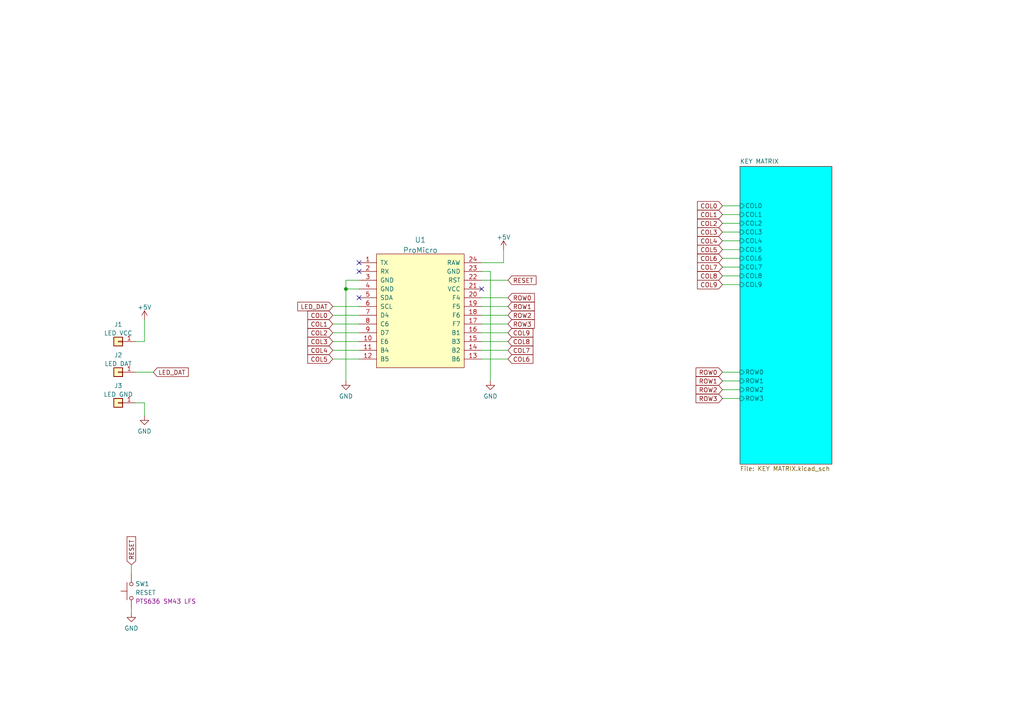
<source format=kicad_sch>
(kicad_sch (version 20230121) (generator eeschema)

  (uuid a19154a9-6561-4c4f-af43-4aa1d9d4278f)

  (paper "A4")

  (lib_symbols
    (symbol "Connector_Generic:Conn_01x01" (pin_names (offset 1.016) hide) (in_bom yes) (on_board yes)
      (property "Reference" "J" (at 0 2.54 0)
        (effects (font (size 1.27 1.27)))
      )
      (property "Value" "Conn_01x01" (at 0 -2.54 0)
        (effects (font (size 1.27 1.27)))
      )
      (property "Footprint" "" (at 0 0 0)
        (effects (font (size 1.27 1.27)) hide)
      )
      (property "Datasheet" "~" (at 0 0 0)
        (effects (font (size 1.27 1.27)) hide)
      )
      (property "ki_keywords" "connector" (at 0 0 0)
        (effects (font (size 1.27 1.27)) hide)
      )
      (property "ki_description" "Generic connector, single row, 01x01, script generated (kicad-library-utils/schlib/autogen/connector/)" (at 0 0 0)
        (effects (font (size 1.27 1.27)) hide)
      )
      (property "ki_fp_filters" "Connector*:*_1x??_*" (at 0 0 0)
        (effects (font (size 1.27 1.27)) hide)
      )
      (symbol "Conn_01x01_1_1"
        (rectangle (start -1.27 0.127) (end 0 -0.127)
          (stroke (width 0.1524) (type default))
          (fill (type none))
        )
        (rectangle (start -1.27 1.27) (end 1.27 -1.27)
          (stroke (width 0.254) (type default))
          (fill (type background))
        )
        (pin passive line (at -5.08 0 0) (length 3.81)
          (name "Pin_1" (effects (font (size 1.27 1.27))))
          (number "1" (effects (font (size 1.27 1.27))))
        )
      )
    )
    (symbol "Switch:SW_Push" (pin_numbers hide) (pin_names (offset 1.016) hide) (in_bom yes) (on_board yes)
      (property "Reference" "SW" (at 1.27 2.54 0)
        (effects (font (size 1.27 1.27)) (justify left))
      )
      (property "Value" "SW_Push" (at 0 -1.524 0)
        (effects (font (size 1.27 1.27)))
      )
      (property "Footprint" "" (at 0 5.08 0)
        (effects (font (size 1.27 1.27)) hide)
      )
      (property "Datasheet" "~" (at 0 5.08 0)
        (effects (font (size 1.27 1.27)) hide)
      )
      (property "ki_keywords" "switch normally-open pushbutton push-button" (at 0 0 0)
        (effects (font (size 1.27 1.27)) hide)
      )
      (property "ki_description" "Push button switch, generic, two pins" (at 0 0 0)
        (effects (font (size 1.27 1.27)) hide)
      )
      (symbol "SW_Push_0_1"
        (circle (center -2.032 0) (radius 0.508)
          (stroke (width 0) (type default))
          (fill (type none))
        )
        (polyline
          (pts
            (xy 0 1.27)
            (xy 0 3.048)
          )
          (stroke (width 0) (type default))
          (fill (type none))
        )
        (polyline
          (pts
            (xy 2.54 1.27)
            (xy -2.54 1.27)
          )
          (stroke (width 0) (type default))
          (fill (type none))
        )
        (circle (center 2.032 0) (radius 0.508)
          (stroke (width 0) (type default))
          (fill (type none))
        )
        (pin passive line (at -5.08 0 0) (length 2.54)
          (name "1" (effects (font (size 1.27 1.27))))
          (number "1" (effects (font (size 1.27 1.27))))
        )
        (pin passive line (at 5.08 0 180) (length 2.54)
          (name "2" (effects (font (size 1.27 1.27))))
          (number "2" (effects (font (size 1.27 1.27))))
        )
      )
    )
    (symbol "power:+5V" (power) (pin_names (offset 0)) (in_bom yes) (on_board yes)
      (property "Reference" "#PWR" (at 0 -3.81 0)
        (effects (font (size 1.27 1.27)) hide)
      )
      (property "Value" "+5V" (at 0 3.556 0)
        (effects (font (size 1.27 1.27)))
      )
      (property "Footprint" "" (at 0 0 0)
        (effects (font (size 1.27 1.27)) hide)
      )
      (property "Datasheet" "" (at 0 0 0)
        (effects (font (size 1.27 1.27)) hide)
      )
      (property "ki_keywords" "power-flag" (at 0 0 0)
        (effects (font (size 1.27 1.27)) hide)
      )
      (property "ki_description" "Power symbol creates a global label with name \"+5V\"" (at 0 0 0)
        (effects (font (size 1.27 1.27)) hide)
      )
      (symbol "+5V_0_1"
        (polyline
          (pts
            (xy -0.762 1.27)
            (xy 0 2.54)
          )
          (stroke (width 0) (type default))
          (fill (type none))
        )
        (polyline
          (pts
            (xy 0 0)
            (xy 0 2.54)
          )
          (stroke (width 0) (type default))
          (fill (type none))
        )
        (polyline
          (pts
            (xy 0 2.54)
            (xy 0.762 1.27)
          )
          (stroke (width 0) (type default))
          (fill (type none))
        )
      )
      (symbol "+5V_1_1"
        (pin power_in line (at 0 0 90) (length 0) hide
          (name "+5V" (effects (font (size 1.27 1.27))))
          (number "1" (effects (font (size 1.27 1.27))))
        )
      )
    )
    (symbol "power:GND" (power) (pin_names (offset 0)) (in_bom yes) (on_board yes)
      (property "Reference" "#PWR" (at 0 -6.35 0)
        (effects (font (size 1.27 1.27)) hide)
      )
      (property "Value" "GND" (at 0 -3.81 0)
        (effects (font (size 1.27 1.27)))
      )
      (property "Footprint" "" (at 0 0 0)
        (effects (font (size 1.27 1.27)) hide)
      )
      (property "Datasheet" "" (at 0 0 0)
        (effects (font (size 1.27 1.27)) hide)
      )
      (property "ki_keywords" "power-flag" (at 0 0 0)
        (effects (font (size 1.27 1.27)) hide)
      )
      (property "ki_description" "Power symbol creates a global label with name \"GND\" , ground" (at 0 0 0)
        (effects (font (size 1.27 1.27)) hide)
      )
      (symbol "GND_0_1"
        (polyline
          (pts
            (xy 0 0)
            (xy 0 -1.27)
            (xy 1.27 -1.27)
            (xy 0 -2.54)
            (xy -1.27 -1.27)
            (xy 0 -1.27)
          )
          (stroke (width 0) (type default))
          (fill (type none))
        )
      )
      (symbol "GND_1_1"
        (pin power_in line (at 0 0 270) (length 0) hide
          (name "GND" (effects (font (size 1.27 1.27))))
          (number "1" (effects (font (size 1.27 1.27))))
        )
      )
    )
    (symbol "promicro:ProMicro" (pin_names (offset 1.016)) (in_bom yes) (on_board yes)
      (property "Reference" "U" (at 0 24.13 0)
        (effects (font (size 1.524 1.524)))
      )
      (property "Value" "ProMicro" (at 0 -13.97 0)
        (effects (font (size 1.524 1.524)))
      )
      (property "Footprint" "" (at 2.54 -26.67 0)
        (effects (font (size 1.524 1.524)))
      )
      (property "Datasheet" "" (at 2.54 -26.67 0)
        (effects (font (size 1.524 1.524)))
      )
      (symbol "ProMicro_0_1"
        (rectangle (start -12.7 21.59) (end 12.7 -11.43)
          (stroke (width 0) (type default))
          (fill (type background))
        )
      )
      (symbol "ProMicro_1_1"
        (pin bidirectional line (at -17.78 19.05 0) (length 5.08)
          (name "TX" (effects (font (size 1.27 1.27))))
          (number "1" (effects (font (size 1.27 1.27))))
        )
        (pin bidirectional line (at -17.78 -3.81 0) (length 5.08)
          (name "E6" (effects (font (size 1.27 1.27))))
          (number "10" (effects (font (size 1.27 1.27))))
        )
        (pin bidirectional line (at -17.78 -6.35 0) (length 5.08)
          (name "B4" (effects (font (size 1.27 1.27))))
          (number "11" (effects (font (size 1.27 1.27))))
        )
        (pin bidirectional line (at -17.78 -8.89 0) (length 5.08)
          (name "B5" (effects (font (size 1.27 1.27))))
          (number "12" (effects (font (size 1.27 1.27))))
        )
        (pin bidirectional line (at 17.78 -8.89 180) (length 5.08)
          (name "B6" (effects (font (size 1.27 1.27))))
          (number "13" (effects (font (size 1.27 1.27))))
        )
        (pin bidirectional line (at 17.78 -6.35 180) (length 5.08)
          (name "B2" (effects (font (size 1.27 1.27))))
          (number "14" (effects (font (size 1.27 1.27))))
        )
        (pin bidirectional line (at 17.78 -3.81 180) (length 5.08)
          (name "B3" (effects (font (size 1.27 1.27))))
          (number "15" (effects (font (size 1.27 1.27))))
        )
        (pin bidirectional line (at 17.78 -1.27 180) (length 5.08)
          (name "B1" (effects (font (size 1.27 1.27))))
          (number "16" (effects (font (size 1.27 1.27))))
        )
        (pin bidirectional line (at 17.78 1.27 180) (length 5.08)
          (name "F7" (effects (font (size 1.27 1.27))))
          (number "17" (effects (font (size 1.27 1.27))))
        )
        (pin bidirectional line (at 17.78 3.81 180) (length 5.08)
          (name "F6" (effects (font (size 1.27 1.27))))
          (number "18" (effects (font (size 1.27 1.27))))
        )
        (pin bidirectional line (at 17.78 6.35 180) (length 5.08)
          (name "F5" (effects (font (size 1.27 1.27))))
          (number "19" (effects (font (size 1.27 1.27))))
        )
        (pin bidirectional line (at -17.78 16.51 0) (length 5.08)
          (name "RX" (effects (font (size 1.27 1.27))))
          (number "2" (effects (font (size 1.27 1.27))))
        )
        (pin bidirectional line (at 17.78 8.89 180) (length 5.08)
          (name "F4" (effects (font (size 1.27 1.27))))
          (number "20" (effects (font (size 1.27 1.27))))
        )
        (pin power_in line (at 17.78 11.43 180) (length 5.08)
          (name "VCC" (effects (font (size 1.27 1.27))))
          (number "21" (effects (font (size 1.27 1.27))))
        )
        (pin input line (at 17.78 13.97 180) (length 5.08)
          (name "RST" (effects (font (size 1.27 1.27))))
          (number "22" (effects (font (size 1.27 1.27))))
        )
        (pin power_in line (at 17.78 16.51 180) (length 5.08)
          (name "GND" (effects (font (size 1.27 1.27))))
          (number "23" (effects (font (size 1.27 1.27))))
        )
        (pin power_out line (at 17.78 19.05 180) (length 5.08)
          (name "RAW" (effects (font (size 1.27 1.27))))
          (number "24" (effects (font (size 1.27 1.27))))
        )
        (pin power_in line (at -17.78 13.97 0) (length 5.08)
          (name "GND" (effects (font (size 1.27 1.27))))
          (number "3" (effects (font (size 1.27 1.27))))
        )
        (pin power_in line (at -17.78 11.43 0) (length 5.08)
          (name "GND" (effects (font (size 1.27 1.27))))
          (number "4" (effects (font (size 1.27 1.27))))
        )
        (pin bidirectional line (at -17.78 8.89 0) (length 5.08)
          (name "SDA" (effects (font (size 1.27 1.27))))
          (number "5" (effects (font (size 1.27 1.27))))
        )
        (pin bidirectional line (at -17.78 6.35 0) (length 5.08)
          (name "SCL" (effects (font (size 1.27 1.27))))
          (number "6" (effects (font (size 1.27 1.27))))
        )
        (pin bidirectional line (at -17.78 3.81 0) (length 5.08)
          (name "D4" (effects (font (size 1.27 1.27))))
          (number "7" (effects (font (size 1.27 1.27))))
        )
        (pin bidirectional line (at -17.78 1.27 0) (length 5.08)
          (name "C6" (effects (font (size 1.27 1.27))))
          (number "8" (effects (font (size 1.27 1.27))))
        )
        (pin bidirectional line (at -17.78 -1.27 0) (length 5.08)
          (name "D7" (effects (font (size 1.27 1.27))))
          (number "9" (effects (font (size 1.27 1.27))))
        )
      )
    )
  )

  (junction (at 100.33 83.82) (diameter 0) (color 0 0 0 0)
    (uuid 3da8f10a-dad6-45c7-8f49-78275256f29b)
  )

  (no_connect (at 139.7 83.82) (uuid 25821c71-9dc7-44b5-8ccc-c8f4cc0dde31))
  (no_connect (at 104.14 76.2) (uuid 7c576c6d-d1de-4050-8db7-eee9e403c949))
  (no_connect (at 104.14 86.36) (uuid e8d46a69-bfa3-4caa-94cb-26c62dd36e37))
  (no_connect (at 104.14 78.74) (uuid ef08c5c0-0f8c-46a2-9a1e-7a0697e7fbf1))

  (wire (pts (xy 96.52 99.06) (xy 104.14 99.06))
    (stroke (width 0) (type default))
    (uuid 060c7130-3216-4b40-8e32-8d7037de1a61)
  )
  (wire (pts (xy 96.52 101.6) (xy 104.14 101.6))
    (stroke (width 0) (type default))
    (uuid 096f8622-ea03-48d9-bbf4-2a4d4132c1f7)
  )
  (wire (pts (xy 38.1 163.83) (xy 38.1 166.37))
    (stroke (width 0) (type default))
    (uuid 0ae2bc72-82e8-41c7-a6fc-66dd21873a83)
  )
  (wire (pts (xy 39.37 107.95) (xy 44.45 107.95))
    (stroke (width 0) (type default))
    (uuid 1818b98f-d047-49ee-9903-b9be23adb4ec)
  )
  (wire (pts (xy 139.7 93.98) (xy 147.32 93.98))
    (stroke (width 0) (type default))
    (uuid 199a43e6-9a2a-42d4-9b2e-f320899e2513)
  )
  (wire (pts (xy 209.55 82.55) (xy 214.63 82.55))
    (stroke (width 0) (type default))
    (uuid 29b7d813-9312-4201-8970-cfdf413f4642)
  )
  (wire (pts (xy 139.7 91.44) (xy 147.32 91.44))
    (stroke (width 0) (type default))
    (uuid 2b88ebbe-1f46-4a43-a30e-a480c4f2e53a)
  )
  (wire (pts (xy 142.24 110.49) (xy 142.24 78.74))
    (stroke (width 0) (type default))
    (uuid 3102acc8-3b55-4172-89d0-30b3ea38f72d)
  )
  (wire (pts (xy 209.55 107.95) (xy 214.63 107.95))
    (stroke (width 0) (type default))
    (uuid 3bcdcedd-1b8f-434b-bdc4-722b92a8ac24)
  )
  (wire (pts (xy 142.24 78.74) (xy 139.7 78.74))
    (stroke (width 0) (type default))
    (uuid 3f961401-0bfa-4218-bd68-f8fb9d1714a0)
  )
  (wire (pts (xy 139.7 96.52) (xy 147.32 96.52))
    (stroke (width 0) (type default))
    (uuid 436ae175-b57b-48de-9e82-8e89bc78186e)
  )
  (wire (pts (xy 209.55 69.85) (xy 214.63 69.85))
    (stroke (width 0) (type default))
    (uuid 44167ecb-33af-450d-b29f-6b659c96f19e)
  )
  (wire (pts (xy 209.55 115.57) (xy 214.63 115.57))
    (stroke (width 0) (type default))
    (uuid 47a392d1-1e28-4a72-9290-241ed0e81314)
  )
  (wire (pts (xy 209.55 113.03) (xy 214.63 113.03))
    (stroke (width 0) (type default))
    (uuid 529e5c2c-f198-432f-b641-89a0d20b503e)
  )
  (wire (pts (xy 96.52 91.44) (xy 104.14 91.44))
    (stroke (width 0) (type default))
    (uuid 560fdfe2-8629-4ff4-9cdf-9d794165b892)
  )
  (wire (pts (xy 209.55 64.77) (xy 214.63 64.77))
    (stroke (width 0) (type default))
    (uuid 563985ef-9609-4a87-82cf-736c8605f846)
  )
  (wire (pts (xy 209.55 80.01) (xy 214.63 80.01))
    (stroke (width 0) (type default))
    (uuid 58821d91-701d-48f5-bd61-1911624ed1d7)
  )
  (wire (pts (xy 96.52 93.98) (xy 104.14 93.98))
    (stroke (width 0) (type default))
    (uuid 5d710c6f-66cf-4c81-9240-a74a50bf2429)
  )
  (wire (pts (xy 38.1 176.53) (xy 38.1 177.8))
    (stroke (width 0) (type default))
    (uuid 68d83987-e4cb-40f1-b010-cfa75ce07c0d)
  )
  (wire (pts (xy 209.55 67.31) (xy 214.63 67.31))
    (stroke (width 0) (type default))
    (uuid 6a0af258-47ed-4e21-81e2-be9b70dcb669)
  )
  (wire (pts (xy 96.52 104.14) (xy 104.14 104.14))
    (stroke (width 0) (type default))
    (uuid 6a6f95ba-f261-4290-bbad-eb0ea79cd51f)
  )
  (wire (pts (xy 209.55 110.49) (xy 214.63 110.49))
    (stroke (width 0) (type default))
    (uuid 6b3a942a-e6b0-4473-96f3-c7eee8d5f6db)
  )
  (wire (pts (xy 139.7 86.36) (xy 147.32 86.36))
    (stroke (width 0) (type default))
    (uuid 6d33994e-8fef-4114-bcf4-3e7ba4ae62cd)
  )
  (wire (pts (xy 209.55 77.47) (xy 214.63 77.47))
    (stroke (width 0) (type default))
    (uuid 82d51294-10de-42aa-83fc-0d863e246b43)
  )
  (wire (pts (xy 100.33 83.82) (xy 100.33 81.28))
    (stroke (width 0) (type default))
    (uuid 8457541e-9f1a-49c3-81db-74b8ee6a9ff2)
  )
  (wire (pts (xy 100.33 81.28) (xy 104.14 81.28))
    (stroke (width 0) (type default))
    (uuid 9147ce21-dbee-4a10-8899-a1a96bfe2296)
  )
  (wire (pts (xy 96.52 96.52) (xy 104.14 96.52))
    (stroke (width 0) (type default))
    (uuid 92c539ca-bfca-4810-8027-80e80b1921da)
  )
  (wire (pts (xy 139.7 76.2) (xy 146.05 76.2))
    (stroke (width 0) (type default))
    (uuid 94c0ef9d-3fb4-499e-8cc7-2da051b38635)
  )
  (wire (pts (xy 139.7 81.28) (xy 147.32 81.28))
    (stroke (width 0) (type default))
    (uuid 97b2cd00-728b-4fde-a862-ad6213d8a873)
  )
  (wire (pts (xy 96.52 88.9) (xy 104.14 88.9))
    (stroke (width 0) (type default))
    (uuid 99b7c84d-a7fd-4f23-b34f-b97c463639ba)
  )
  (wire (pts (xy 209.55 72.39) (xy 214.63 72.39))
    (stroke (width 0) (type default))
    (uuid 9fe6422f-8c59-4db3-838b-bc102be4625f)
  )
  (wire (pts (xy 139.7 99.06) (xy 147.32 99.06))
    (stroke (width 0) (type default))
    (uuid a42d139e-f1cb-4391-8cc6-75ea2262bbb5)
  )
  (wire (pts (xy 209.55 59.69) (xy 214.63 59.69))
    (stroke (width 0) (type default))
    (uuid a42df2ae-ee4f-4fcd-9fc1-76284c363680)
  )
  (wire (pts (xy 100.33 83.82) (xy 104.14 83.82))
    (stroke (width 0) (type default))
    (uuid a7fce222-414d-4f34-883b-d92507cb3dc9)
  )
  (wire (pts (xy 146.05 76.2) (xy 146.05 72.39))
    (stroke (width 0) (type default))
    (uuid a866eb63-fb83-412e-8683-fc108429b7eb)
  )
  (wire (pts (xy 100.33 110.49) (xy 100.33 83.82))
    (stroke (width 0) (type default))
    (uuid c8d34ca5-746c-4fe4-b246-84a544652ea1)
  )
  (wire (pts (xy 41.91 116.84) (xy 41.91 120.65))
    (stroke (width 0) (type default))
    (uuid cc9a8aa9-a6fd-4184-b433-cecc0c12a3c3)
  )
  (wire (pts (xy 139.7 104.14) (xy 147.32 104.14))
    (stroke (width 0) (type default))
    (uuid d7c28637-23f4-491d-8d1f-9bd03645d8d3)
  )
  (wire (pts (xy 209.55 62.23) (xy 214.63 62.23))
    (stroke (width 0) (type default))
    (uuid d981bd5e-0a88-4c30-a651-93107b161f0a)
  )
  (wire (pts (xy 41.91 99.06) (xy 41.91 92.71))
    (stroke (width 0) (type default))
    (uuid dfd0c939-d18b-4c3b-81ce-bfc9f1a845f2)
  )
  (wire (pts (xy 39.37 116.84) (xy 41.91 116.84))
    (stroke (width 0) (type default))
    (uuid e4320571-25b3-477a-9505-6f8c6a846751)
  )
  (wire (pts (xy 139.7 88.9) (xy 147.32 88.9))
    (stroke (width 0) (type default))
    (uuid ec99b6a6-7e5f-49da-a9c5-7d37a764ad66)
  )
  (wire (pts (xy 139.7 101.6) (xy 147.32 101.6))
    (stroke (width 0) (type default))
    (uuid f3c95e71-7984-4a63-9f7b-bb00e458f5e7)
  )
  (wire (pts (xy 39.37 99.06) (xy 41.91 99.06))
    (stroke (width 0) (type default))
    (uuid f43dd073-d9c6-4b1e-b58f-f2dee2e7c18e)
  )
  (wire (pts (xy 209.55 74.93) (xy 214.63 74.93))
    (stroke (width 0) (type default))
    (uuid fe03d5f3-428d-4da2-8edc-7464dda20e4d)
  )

  (global_label "ROW0" (shape input) (at 209.55 107.95 180) (fields_autoplaced)
    (effects (font (size 1.27 1.27)) (justify right))
    (uuid 04d1fbbe-fd54-40ee-9de3-ff814be6816e)
    (property "Intersheetrefs" "${INTERSHEET_REFS}" (at 201.8755 107.8706 0)
      (effects (font (size 1.27 1.27)) (justify right) hide)
    )
  )
  (global_label "COL0" (shape input) (at 209.55 59.69 180) (fields_autoplaced)
    (effects (font (size 1.27 1.27)) (justify right))
    (uuid 0de91e73-d739-4b51-a1db-0da50a8b6888)
    (property "Intersheetrefs" "${INTERSHEET_REFS}" (at 202.2988 59.7694 0)
      (effects (font (size 1.27 1.27)) (justify right) hide)
    )
  )
  (global_label "LED_DAT" (shape input) (at 96.52 88.9 180) (fields_autoplaced)
    (effects (font (size 1.27 1.27)) (justify right))
    (uuid 2431adb4-3556-441d-bdd0-8cc63ae3578e)
    (property "Intersheetrefs" "${INTERSHEET_REFS}" (at 86.3659 88.8206 0)
      (effects (font (size 1.27 1.27)) (justify right) hide)
    )
  )
  (global_label "COL5" (shape input) (at 96.52 104.14 180) (fields_autoplaced)
    (effects (font (size 1.27 1.27)) (justify right))
    (uuid 24c21814-f0c8-45b5-b85c-cd706e9e4125)
    (property "Intersheetrefs" "${INTERSHEET_REFS}" (at 89.2688 104.2194 0)
      (effects (font (size 1.27 1.27)) (justify right) hide)
    )
  )
  (global_label "ROW3" (shape input) (at 209.55 115.57 180) (fields_autoplaced)
    (effects (font (size 1.27 1.27)) (justify right))
    (uuid 2acec8ed-c9ca-4075-ad6a-4257ee09613d)
    (property "Intersheetrefs" "${INTERSHEET_REFS}" (at 201.8755 115.4906 0)
      (effects (font (size 1.27 1.27)) (justify right) hide)
    )
  )
  (global_label "COL6" (shape input) (at 209.55 74.93 180) (fields_autoplaced)
    (effects (font (size 1.27 1.27)) (justify right))
    (uuid 2dd6b498-2068-4413-a968-77da8022926c)
    (property "Intersheetrefs" "${INTERSHEET_REFS}" (at 202.2988 75.0094 0)
      (effects (font (size 1.27 1.27)) (justify right) hide)
    )
  )
  (global_label "COL3" (shape input) (at 209.55 67.31 180) (fields_autoplaced)
    (effects (font (size 1.27 1.27)) (justify right))
    (uuid 356577ff-4fec-448d-aa7c-f23e1d71b0b5)
    (property "Intersheetrefs" "${INTERSHEET_REFS}" (at 202.2988 67.3894 0)
      (effects (font (size 1.27 1.27)) (justify right) hide)
    )
  )
  (global_label "COL9" (shape input) (at 209.55 82.55 180) (fields_autoplaced)
    (effects (font (size 1.27 1.27)) (justify right))
    (uuid 3bd3e09d-1bd2-4dc9-b31a-958adca0ee59)
    (property "Intersheetrefs" "${INTERSHEET_REFS}" (at 202.2988 82.6294 0)
      (effects (font (size 1.27 1.27)) (justify right) hide)
    )
  )
  (global_label "ROW1" (shape input) (at 147.32 88.9 0) (fields_autoplaced)
    (effects (font (size 1.27 1.27)) (justify left))
    (uuid 431a34c9-7918-465a-b102-7e5ad91f1813)
    (property "Intersheetrefs" "${INTERSHEET_REFS}" (at 154.9945 88.8206 0)
      (effects (font (size 1.27 1.27)) (justify left) hide)
    )
  )
  (global_label "COL7" (shape input) (at 209.55 77.47 180) (fields_autoplaced)
    (effects (font (size 1.27 1.27)) (justify right))
    (uuid 48c35181-c63b-43f3-87a4-8b1944c27e8e)
    (property "Intersheetrefs" "${INTERSHEET_REFS}" (at 202.2988 77.5494 0)
      (effects (font (size 1.27 1.27)) (justify right) hide)
    )
  )
  (global_label "ROW1" (shape input) (at 209.55 110.49 180) (fields_autoplaced)
    (effects (font (size 1.27 1.27)) (justify right))
    (uuid 4b8aceff-c033-4cd7-ba45-efcb76846652)
    (property "Intersheetrefs" "${INTERSHEET_REFS}" (at 201.8755 110.4106 0)
      (effects (font (size 1.27 1.27)) (justify right) hide)
    )
  )
  (global_label "COL9" (shape input) (at 147.32 96.52 0) (fields_autoplaced)
    (effects (font (size 1.27 1.27)) (justify left))
    (uuid 5bd25546-2288-4010-8979-c89bfee36cf3)
    (property "Intersheetrefs" "${INTERSHEET_REFS}" (at 154.5712 96.4406 0)
      (effects (font (size 1.27 1.27)) (justify left) hide)
    )
  )
  (global_label "COL8" (shape input) (at 147.32 99.06 0) (fields_autoplaced)
    (effects (font (size 1.27 1.27)) (justify left))
    (uuid 5e06f433-9508-4a02-abae-8241411728ef)
    (property "Intersheetrefs" "${INTERSHEET_REFS}" (at 154.5712 98.9806 0)
      (effects (font (size 1.27 1.27)) (justify left) hide)
    )
  )
  (global_label "ROW2" (shape input) (at 209.55 113.03 180) (fields_autoplaced)
    (effects (font (size 1.27 1.27)) (justify right))
    (uuid 6074364b-afa0-4eaf-b627-c4465193fc11)
    (property "Intersheetrefs" "${INTERSHEET_REFS}" (at 201.8755 112.9506 0)
      (effects (font (size 1.27 1.27)) (justify right) hide)
    )
  )
  (global_label "COL2" (shape input) (at 96.52 96.52 180) (fields_autoplaced)
    (effects (font (size 1.27 1.27)) (justify right))
    (uuid 6897134b-f7f8-4447-8a73-8aae43026116)
    (property "Intersheetrefs" "${INTERSHEET_REFS}" (at 89.2688 96.5994 0)
      (effects (font (size 1.27 1.27)) (justify right) hide)
    )
  )
  (global_label "COL0" (shape input) (at 96.52 91.44 180) (fields_autoplaced)
    (effects (font (size 1.27 1.27)) (justify right))
    (uuid 6bcb81c1-fcbc-445b-a8c7-b7e4ca882750)
    (property "Intersheetrefs" "${INTERSHEET_REFS}" (at 89.2688 91.5194 0)
      (effects (font (size 1.27 1.27)) (justify right) hide)
    )
  )
  (global_label "COL4" (shape input) (at 209.55 69.85 180) (fields_autoplaced)
    (effects (font (size 1.27 1.27)) (justify right))
    (uuid 6c58910f-080b-4df9-b212-e01373b3f52d)
    (property "Intersheetrefs" "${INTERSHEET_REFS}" (at 202.2988 69.9294 0)
      (effects (font (size 1.27 1.27)) (justify right) hide)
    )
  )
  (global_label "COL6" (shape input) (at 147.32 104.14 0) (fields_autoplaced)
    (effects (font (size 1.27 1.27)) (justify left))
    (uuid 852eb1f0-8979-49a5-855a-b4dafec6f4c4)
    (property "Intersheetrefs" "${INTERSHEET_REFS}" (at 154.5712 104.2194 0)
      (effects (font (size 1.27 1.27)) (justify left) hide)
    )
  )
  (global_label "COL2" (shape input) (at 209.55 64.77 180) (fields_autoplaced)
    (effects (font (size 1.27 1.27)) (justify right))
    (uuid 8d50c757-7856-4d37-b78b-a8843f671e8d)
    (property "Intersheetrefs" "${INTERSHEET_REFS}" (at 202.2988 64.8494 0)
      (effects (font (size 1.27 1.27)) (justify right) hide)
    )
  )
  (global_label "ROW3" (shape input) (at 147.32 93.98 0) (fields_autoplaced)
    (effects (font (size 1.27 1.27)) (justify left))
    (uuid 95811b7e-738a-4b57-9018-5cb1cdaebc04)
    (property "Intersheetrefs" "${INTERSHEET_REFS}" (at 154.9945 93.9006 0)
      (effects (font (size 1.27 1.27)) (justify left) hide)
    )
  )
  (global_label "COL7" (shape input) (at 147.32 101.6 0) (fields_autoplaced)
    (effects (font (size 1.27 1.27)) (justify left))
    (uuid 95c9d163-f884-4f78-9b6b-c37501d018fe)
    (property "Intersheetrefs" "${INTERSHEET_REFS}" (at 154.5712 101.5206 0)
      (effects (font (size 1.27 1.27)) (justify left) hide)
    )
  )
  (global_label "COL3" (shape input) (at 96.52 99.06 180) (fields_autoplaced)
    (effects (font (size 1.27 1.27)) (justify right))
    (uuid 99803d5d-4575-4760-8c80-5232df493e87)
    (property "Intersheetrefs" "${INTERSHEET_REFS}" (at 89.2688 99.1394 0)
      (effects (font (size 1.27 1.27)) (justify right) hide)
    )
  )
  (global_label "RESET" (shape input) (at 147.32 81.28 0) (fields_autoplaced)
    (effects (font (size 1.27 1.27)) (justify left))
    (uuid 9ac03063-c7dc-4238-b3a1-e4cce383048f)
    (property "Intersheetrefs" "${INTERSHEET_REFS}" (at 155.4783 81.2006 0)
      (effects (font (size 1.27 1.27)) (justify left) hide)
    )
  )
  (global_label "COL1" (shape input) (at 96.52 93.98 180) (fields_autoplaced)
    (effects (font (size 1.27 1.27)) (justify right))
    (uuid 9ffecf83-af2b-443a-8522-4fe09c9ca27e)
    (property "Intersheetrefs" "${INTERSHEET_REFS}" (at 89.2688 94.0594 0)
      (effects (font (size 1.27 1.27)) (justify right) hide)
    )
  )
  (global_label "COL1" (shape input) (at 209.55 62.23 180) (fields_autoplaced)
    (effects (font (size 1.27 1.27)) (justify right))
    (uuid a14a799c-6423-4488-9b45-8e92b53e3a29)
    (property "Intersheetrefs" "${INTERSHEET_REFS}" (at 202.2988 62.3094 0)
      (effects (font (size 1.27 1.27)) (justify right) hide)
    )
  )
  (global_label "LED_DAT" (shape input) (at 44.45 107.95 0) (fields_autoplaced)
    (effects (font (size 1.27 1.27)) (justify left))
    (uuid afccb1a9-a931-41c0-85be-867323e7bc39)
    (property "Intersheetrefs" "${INTERSHEET_REFS}" (at 54.6041 108.0294 0)
      (effects (font (size 1.27 1.27)) (justify left) hide)
    )
  )
  (global_label "COL5" (shape input) (at 209.55 72.39 180) (fields_autoplaced)
    (effects (font (size 1.27 1.27)) (justify right))
    (uuid b28712ec-7ac2-4c5f-9a9c-94c55a25baf4)
    (property "Intersheetrefs" "${INTERSHEET_REFS}" (at 202.2988 72.4694 0)
      (effects (font (size 1.27 1.27)) (justify right) hide)
    )
  )
  (global_label "RESET" (shape input) (at 38.1 163.83 90) (fields_autoplaced)
    (effects (font (size 1.27 1.27)) (justify left))
    (uuid d159eb92-4316-4e75-9a70-484880133dba)
    (property "Intersheetrefs" "${INTERSHEET_REFS}" (at 38.0206 155.6717 90)
      (effects (font (size 1.27 1.27)) (justify left) hide)
    )
  )
  (global_label "ROW0" (shape input) (at 147.32 86.36 0) (fields_autoplaced)
    (effects (font (size 1.27 1.27)) (justify left))
    (uuid d306f7a2-9b3c-44d7-8315-101beda70146)
    (property "Intersheetrefs" "${INTERSHEET_REFS}" (at 154.9945 86.2806 0)
      (effects (font (size 1.27 1.27)) (justify left) hide)
    )
  )
  (global_label "COL8" (shape input) (at 209.55 80.01 180) (fields_autoplaced)
    (effects (font (size 1.27 1.27)) (justify right))
    (uuid f04435d4-0c6d-4e66-a7d3-75eab4bad616)
    (property "Intersheetrefs" "${INTERSHEET_REFS}" (at 202.2988 80.0894 0)
      (effects (font (size 1.27 1.27)) (justify right) hide)
    )
  )
  (global_label "ROW2" (shape input) (at 147.32 91.44 0) (fields_autoplaced)
    (effects (font (size 1.27 1.27)) (justify left))
    (uuid f1910109-8c05-4e9e-904d-4e425a3e40b7)
    (property "Intersheetrefs" "${INTERSHEET_REFS}" (at 154.9945 91.3606 0)
      (effects (font (size 1.27 1.27)) (justify left) hide)
    )
  )
  (global_label "COL4" (shape input) (at 96.52 101.6 180) (fields_autoplaced)
    (effects (font (size 1.27 1.27)) (justify right))
    (uuid f34fd130-f4d1-44d7-9745-de73b79c71ba)
    (property "Intersheetrefs" "${INTERSHEET_REFS}" (at 89.2688 101.6794 0)
      (effects (font (size 1.27 1.27)) (justify right) hide)
    )
  )

  (symbol (lib_id "power:GND") (at 38.1 177.8 0) (unit 1)
    (in_bom yes) (on_board yes) (dnp no) (fields_autoplaced)
    (uuid 0e21b281-553d-43dc-8df1-24bda88a3a4b)
    (property "Reference" "#PWR0102" (at 38.1 184.15 0)
      (effects (font (size 1.27 1.27)) hide)
    )
    (property "Value" "GND" (at 38.1 182.2434 0)
      (effects (font (size 1.27 1.27)))
    )
    (property "Footprint" "" (at 38.1 177.8 0)
      (effects (font (size 1.27 1.27)) hide)
    )
    (property "Datasheet" "" (at 38.1 177.8 0)
      (effects (font (size 1.27 1.27)) hide)
    )
    (pin "1" (uuid 6e5974ae-41b0-4c7e-b842-d80b269eb2ca))
    (instances
      (project "Peridot Steno"
        (path "/a19154a9-6561-4c4f-af43-4aa1d9d4278f"
          (reference "#PWR0102") (unit 1)
        )
      )
    )
  )

  (symbol (lib_id "power:GND") (at 142.24 110.49 0) (unit 1)
    (in_bom yes) (on_board yes) (dnp no) (fields_autoplaced)
    (uuid 3325013a-454c-47cb-8eef-1a417daf07fd)
    (property "Reference" "#PWR0108" (at 142.24 116.84 0)
      (effects (font (size 1.27 1.27)) hide)
    )
    (property "Value" "GND" (at 142.24 114.9334 0)
      (effects (font (size 1.27 1.27)))
    )
    (property "Footprint" "" (at 142.24 110.49 0)
      (effects (font (size 1.27 1.27)) hide)
    )
    (property "Datasheet" "" (at 142.24 110.49 0)
      (effects (font (size 1.27 1.27)) hide)
    )
    (pin "1" (uuid 177281af-0e75-49f7-9f33-282fc8c145cf))
    (instances
      (project "Peridot Steno"
        (path "/a19154a9-6561-4c4f-af43-4aa1d9d4278f"
          (reference "#PWR0108") (unit 1)
        )
      )
    )
  )

  (symbol (lib_id "Connector_Generic:Conn_01x01") (at 34.29 116.84 0) (mirror y) (unit 1)
    (in_bom yes) (on_board yes) (dnp no) (fields_autoplaced)
    (uuid 3e205059-385e-4bf5-bdf0-12b524055bdb)
    (property "Reference" "J3" (at 34.29 111.8702 0)
      (effects (font (size 1.27 1.27)))
    )
    (property "Value" "LED GND" (at 34.29 114.4071 0)
      (effects (font (size 1.27 1.27)))
    )
    (property "Footprint" "TestPoint:TestPoint_THTPad_2.0x2.0mm_Drill1.0mm" (at 34.29 116.84 0)
      (effects (font (size 1.27 1.27)) hide)
    )
    (property "Datasheet" "~" (at 34.29 116.84 0)
      (effects (font (size 1.27 1.27)) hide)
    )
    (pin "1" (uuid 3b24ca51-d315-47e2-892b-c898e43bad24))
    (instances
      (project "Peridot Steno"
        (path "/a19154a9-6561-4c4f-af43-4aa1d9d4278f"
          (reference "J3") (unit 1)
        )
      )
    )
  )

  (symbol (lib_id "power:+5V") (at 146.05 72.39 0) (unit 1)
    (in_bom yes) (on_board yes) (dnp no) (fields_autoplaced)
    (uuid 5456b5c0-6d19-4b10-a273-2a28a44bccd8)
    (property "Reference" "#PWR0109" (at 146.05 76.2 0)
      (effects (font (size 1.27 1.27)) hide)
    )
    (property "Value" "+5V" (at 146.05 68.8142 0)
      (effects (font (size 1.27 1.27)))
    )
    (property "Footprint" "" (at 146.05 72.39 0)
      (effects (font (size 1.27 1.27)) hide)
    )
    (property "Datasheet" "" (at 146.05 72.39 0)
      (effects (font (size 1.27 1.27)) hide)
    )
    (pin "1" (uuid 1b448d11-a663-44e9-b69d-443540fd001a))
    (instances
      (project "Peridot Steno"
        (path "/a19154a9-6561-4c4f-af43-4aa1d9d4278f"
          (reference "#PWR0109") (unit 1)
        )
      )
    )
  )

  (symbol (lib_id "Switch:SW_Push") (at 38.1 171.45 90) (unit 1)
    (in_bom yes) (on_board yes) (dnp no) (fields_autoplaced)
    (uuid 54813fc7-c68d-4b8d-898e-61403e9d204d)
    (property "Reference" "SW1" (at 39.243 169.3469 90)
      (effects (font (size 1.27 1.27)) (justify right))
    )
    (property "Value" "RESET" (at 39.243 171.8838 90)
      (effects (font (size 1.27 1.27)) (justify right))
    )
    (property "Footprint" "FOOTPRINTS:1825965-1" (at 33.02 171.45 0)
      (effects (font (size 1.27 1.27)) hide)
    )
    (property "Datasheet" "~" (at 33.02 171.45 0)
      (effects (font (size 1.27 1.27)) hide)
    )
    (property "MPN" "PTS636 SM43 LFS" (at 39.243 174.4207 90)
      (effects (font (size 1.27 1.27)) (justify right))
    )
    (pin "1" (uuid ead0401f-cf4c-453d-b91d-3862bafe5337))
    (pin "2" (uuid 0452e415-3ae8-4975-ab52-9d24b222083e))
    (instances
      (project "Peridot Steno"
        (path "/a19154a9-6561-4c4f-af43-4aa1d9d4278f"
          (reference "SW1") (unit 1)
        )
      )
    )
  )

  (symbol (lib_id "Connector_Generic:Conn_01x01") (at 34.29 107.95 0) (mirror y) (unit 1)
    (in_bom yes) (on_board yes) (dnp no) (fields_autoplaced)
    (uuid 73eb86cc-d0ca-4b18-be5c-424c74677093)
    (property "Reference" "J2" (at 34.29 102.9802 0)
      (effects (font (size 1.27 1.27)))
    )
    (property "Value" "LED DAT" (at 34.29 105.5171 0)
      (effects (font (size 1.27 1.27)))
    )
    (property "Footprint" "TestPoint:TestPoint_THTPad_2.0x2.0mm_Drill1.0mm" (at 34.29 107.95 0)
      (effects (font (size 1.27 1.27)) hide)
    )
    (property "Datasheet" "~" (at 34.29 107.95 0)
      (effects (font (size 1.27 1.27)) hide)
    )
    (pin "1" (uuid 3f84c3b6-cd96-47e1-a1f0-c82259a13871))
    (instances
      (project "Peridot Steno"
        (path "/a19154a9-6561-4c4f-af43-4aa1d9d4278f"
          (reference "J2") (unit 1)
        )
      )
    )
  )

  (symbol (lib_id "power:+5V") (at 41.91 92.71 0) (unit 1)
    (in_bom yes) (on_board yes) (dnp no) (fields_autoplaced)
    (uuid b817ccb6-7bbe-4704-8f84-ac687c18b0ba)
    (property "Reference" "#PWR0103" (at 41.91 96.52 0)
      (effects (font (size 1.27 1.27)) hide)
    )
    (property "Value" "+5V" (at 41.91 89.1342 0)
      (effects (font (size 1.27 1.27)))
    )
    (property "Footprint" "" (at 41.91 92.71 0)
      (effects (font (size 1.27 1.27)) hide)
    )
    (property "Datasheet" "" (at 41.91 92.71 0)
      (effects (font (size 1.27 1.27)) hide)
    )
    (pin "1" (uuid 7eac48de-774b-405c-9399-1ec6b687b95a))
    (instances
      (project "Peridot Steno"
        (path "/a19154a9-6561-4c4f-af43-4aa1d9d4278f"
          (reference "#PWR0103") (unit 1)
        )
      )
    )
  )

  (symbol (lib_id "Connector_Generic:Conn_01x01") (at 34.29 99.06 0) (mirror y) (unit 1)
    (in_bom yes) (on_board yes) (dnp no) (fields_autoplaced)
    (uuid ce87d8c6-0725-4eac-a7a3-71a0e6d3ceb1)
    (property "Reference" "J1" (at 34.29 94.0902 0)
      (effects (font (size 1.27 1.27)))
    )
    (property "Value" "LED VCC" (at 34.29 96.6271 0)
      (effects (font (size 1.27 1.27)))
    )
    (property "Footprint" "TestPoint:TestPoint_THTPad_2.0x2.0mm_Drill1.0mm" (at 34.29 99.06 0)
      (effects (font (size 1.27 1.27)) hide)
    )
    (property "Datasheet" "~" (at 34.29 99.06 0)
      (effects (font (size 1.27 1.27)) hide)
    )
    (pin "1" (uuid 5e2e0b81-698f-4da9-9d6c-ca23958d2528))
    (instances
      (project "Peridot Steno"
        (path "/a19154a9-6561-4c4f-af43-4aa1d9d4278f"
          (reference "J1") (unit 1)
        )
      )
    )
  )

  (symbol (lib_id "power:GND") (at 41.91 120.65 0) (unit 1)
    (in_bom yes) (on_board yes) (dnp no) (fields_autoplaced)
    (uuid cef1fafc-f4f5-4f69-877f-a21471f43ea2)
    (property "Reference" "#PWR0104" (at 41.91 127 0)
      (effects (font (size 1.27 1.27)) hide)
    )
    (property "Value" "GND" (at 41.91 125.0934 0)
      (effects (font (size 1.27 1.27)))
    )
    (property "Footprint" "" (at 41.91 120.65 0)
      (effects (font (size 1.27 1.27)) hide)
    )
    (property "Datasheet" "" (at 41.91 120.65 0)
      (effects (font (size 1.27 1.27)) hide)
    )
    (pin "1" (uuid bac423c0-df92-4190-8daa-0b4c9e71bd32))
    (instances
      (project "Peridot Steno"
        (path "/a19154a9-6561-4c4f-af43-4aa1d9d4278f"
          (reference "#PWR0104") (unit 1)
        )
      )
    )
  )

  (symbol (lib_id "promicro:ProMicro") (at 121.92 95.25 0) (unit 1)
    (in_bom yes) (on_board yes) (dnp no) (fields_autoplaced)
    (uuid e76d1711-b7b9-499a-bc9a-e299c800a138)
    (property "Reference" "U1" (at 121.92 69.5759 0)
      (effects (font (size 1.524 1.524)))
    )
    (property "Value" "ProMicro" (at 121.92 72.5693 0)
      (effects (font (size 1.524 1.524)))
    )
    (property "Footprint" "FOOTPRINTS:ProMicro" (at 124.46 121.92 0)
      (effects (font (size 1.524 1.524)) hide)
    )
    (property "Datasheet" "" (at 124.46 121.92 0)
      (effects (font (size 1.524 1.524)))
    )
    (pin "1" (uuid b11b11c7-cc30-40ba-bb02-a9d667f99f30))
    (pin "10" (uuid ec25db70-89f0-483a-ae96-e161f1d54983))
    (pin "11" (uuid 68b87eb9-cd1e-4320-abb1-2b66a15706f7))
    (pin "12" (uuid d6a312e7-a8a9-4ca2-8897-95bc1514ff7b))
    (pin "13" (uuid 16e4c57d-d176-4012-8fb8-5c9564bf33ba))
    (pin "14" (uuid 7819c95d-f09a-43b3-b53d-99e7739c6bd5))
    (pin "15" (uuid 9596554f-1c3e-4c66-99d5-b7d229908369))
    (pin "16" (uuid 25d3f832-c013-4390-a212-3d70d90a372f))
    (pin "17" (uuid 4fdf1ba8-fe94-4bd6-8d8e-bdd6e105141c))
    (pin "18" (uuid b7097fd2-f7bd-413a-9c62-0d20960f18c7))
    (pin "19" (uuid 18422841-de81-408c-aa25-799f22232497))
    (pin "2" (uuid 7f6d79ac-58ba-43d3-8dff-6dee5d6d54f0))
    (pin "20" (uuid dd29acea-5377-4f35-8952-9a65044362cc))
    (pin "21" (uuid 1dc95330-1a5c-43d6-ab7b-2c8954e07132))
    (pin "22" (uuid df357bf0-56bb-40cd-a9f6-a311fb0465bd))
    (pin "23" (uuid 430abf6b-dfbb-4cf3-a500-b9ccb4e0ff33))
    (pin "24" (uuid b9224331-7e42-4512-97f0-8eaeaf52d172))
    (pin "3" (uuid 67fcf3be-52af-4cc7-ba48-dc6abd3f1227))
    (pin "4" (uuid 35109758-6dc3-44a4-93e0-27b6ebd05575))
    (pin "5" (uuid f0370cb1-979a-4a42-a94e-f57ab7bd34ee))
    (pin "6" (uuid e29c83b9-6f3a-4720-86e4-3a80b20107f1))
    (pin "7" (uuid c599b058-dbef-495c-9d8e-5924a0c3e5b1))
    (pin "8" (uuid 786e1b29-87fd-40f6-831b-55d4d1e023e1))
    (pin "9" (uuid 92041f4a-2a04-4bc1-a25d-4523a2fdcc4f))
    (instances
      (project "Peridot Steno"
        (path "/a19154a9-6561-4c4f-af43-4aa1d9d4278f"
          (reference "U1") (unit 1)
        )
      )
    )
  )

  (symbol (lib_id "power:GND") (at 100.33 110.49 0) (unit 1)
    (in_bom yes) (on_board yes) (dnp no) (fields_autoplaced)
    (uuid f7307205-235f-4d96-a080-82025a1771b3)
    (property "Reference" "#PWR0101" (at 100.33 116.84 0)
      (effects (font (size 1.27 1.27)) hide)
    )
    (property "Value" "GND" (at 100.33 114.9334 0)
      (effects (font (size 1.27 1.27)))
    )
    (property "Footprint" "" (at 100.33 110.49 0)
      (effects (font (size 1.27 1.27)) hide)
    )
    (property "Datasheet" "" (at 100.33 110.49 0)
      (effects (font (size 1.27 1.27)) hide)
    )
    (pin "1" (uuid f208a027-8a74-4611-a37b-b7369231fffd))
    (instances
      (project "Peridot Steno"
        (path "/a19154a9-6561-4c4f-af43-4aa1d9d4278f"
          (reference "#PWR0101") (unit 1)
        )
      )
    )
  )

  (sheet (at 214.63 48.26) (size 26.67 86.36) (fields_autoplaced)
    (stroke (width 0.1524) (type solid))
    (fill (color 0 255 255 1.0000))
    (uuid fe4a5019-048e-4aa5-a865-940bff4965d7)
    (property "Sheetname" "KEY MATRIX" (at 214.63 47.5484 0)
      (effects (font (size 1.27 1.27)) (justify left bottom))
    )
    (property "Sheetfile" "KEY MATRIX.kicad_sch" (at 214.63 135.2046 0)
      (effects (font (size 1.27 1.27)) (justify left top))
    )
    (pin "COL9" input (at 214.63 82.55 180)
      (effects (font (size 1.27 1.27)) (justify left))
      (uuid e8995ae3-b44b-4bfd-9832-68e6d9cc0782)
    )
    (pin "COL4" input (at 214.63 69.85 180)
      (effects (font (size 1.27 1.27)) (justify left))
      (uuid 316c4531-3a3d-46bf-8f97-7ad2b6f8f2d8)
    )
    (pin "COL6" input (at 214.63 74.93 180)
      (effects (font (size 1.27 1.27)) (justify left))
      (uuid 2967ab41-28e2-46e1-a0d7-2065d60483a9)
    )
    (pin "COL5" input (at 214.63 72.39 180)
      (effects (font (size 1.27 1.27)) (justify left))
      (uuid 59b949f2-7c52-4825-b1c1-fff98d1d1f90)
    )
    (pin "COL7" input (at 214.63 77.47 180)
      (effects (font (size 1.27 1.27)) (justify left))
      (uuid d98a1baa-609b-4085-9af4-33f39062ceb3)
    )
    (pin "COL8" input (at 214.63 80.01 180)
      (effects (font (size 1.27 1.27)) (justify left))
      (uuid ad5c5832-c5c4-44d8-a0c9-dab3ab2f2478)
    )
    (pin "COL3" input (at 214.63 67.31 180)
      (effects (font (size 1.27 1.27)) (justify left))
      (uuid fbe9360d-2711-4623-a384-bbb455ec3448)
    )
    (pin "COL2" input (at 214.63 64.77 180)
      (effects (font (size 1.27 1.27)) (justify left))
      (uuid b2e343bb-ec4c-4a46-aee7-f0f266d0fb8a)
    )
    (pin "ROW1" input (at 214.63 110.49 180)
      (effects (font (size 1.27 1.27)) (justify left))
      (uuid be22ab7e-407f-4bc6-ac88-7086968c6fa3)
    )
    (pin "ROW0" input (at 214.63 107.95 180)
      (effects (font (size 1.27 1.27)) (justify left))
      (uuid e70a772d-ee59-459e-8897-e458d358131d)
    )
    (pin "COL0" input (at 214.63 59.69 180)
      (effects (font (size 1.27 1.27)) (justify left))
      (uuid ae27a92b-fdd4-4f70-b8d3-178e644aa620)
    )
    (pin "COL1" input (at 214.63 62.23 180)
      (effects (font (size 1.27 1.27)) (justify left))
      (uuid 26c2ef06-8fe2-4d43-90a0-268c67df4d30)
    )
    (pin "ROW2" input (at 214.63 113.03 180)
      (effects (font (size 1.27 1.27)) (justify left))
      (uuid 4d7d460e-5ec4-4d76-878c-9e39964a6e87)
    )
    (pin "ROW3" input (at 214.63 115.57 180)
      (effects (font (size 1.27 1.27)) (justify left))
      (uuid 57fdb674-6b71-41d9-907c-36848f382b56)
    )
    (instances
      (project "Peridot Steno"
        (path "/a19154a9-6561-4c4f-af43-4aa1d9d4278f" (page "2"))
      )
    )
  )

  (sheet_instances
    (path "/" (page "1"))
  )
)

</source>
